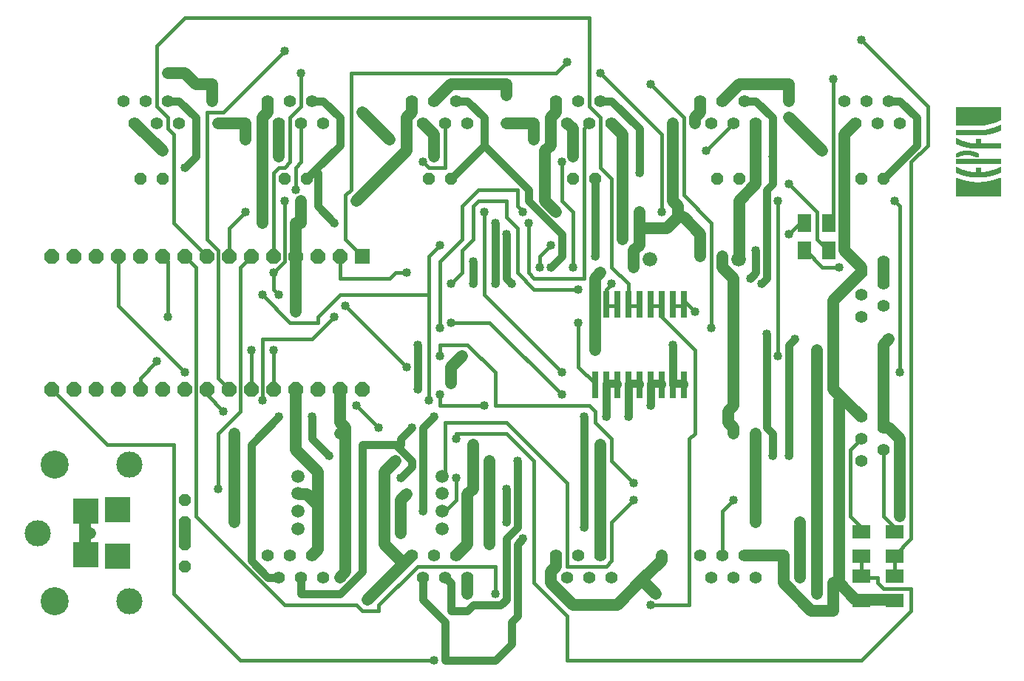
<source format=gtl>
G75*
G70*
%OFA0B0*%
%FSLAX24Y24*%
%IPPOS*%
%LPD*%
%AMOC8*
5,1,8,0,0,1.08239X$1,22.5*
%
%ADD10C,0.0010*%
%ADD11R,0.0660X0.0660*%
%ADD12OC8,0.0660*%
%ADD13C,0.0554*%
%ADD14OC8,0.0520*%
%ADD15R,0.0260X0.1200*%
%ADD16R,0.0787X0.0630*%
%ADD17R,0.0630X0.0787*%
%ADD18C,0.0594*%
%ADD19C,0.1181*%
%ADD20C,0.1266*%
%ADD21R,0.1181X0.1181*%
%ADD22C,0.0660*%
%ADD23C,0.0540*%
%ADD24C,0.0400*%
%ADD25C,0.0180*%
%ADD26C,0.0360*%
D10*
X043322Y022943D02*
X043322Y023743D01*
X043558Y023657D01*
X043802Y023595D01*
X044051Y023557D01*
X044302Y023543D01*
X044342Y023543D01*
X044593Y023557D01*
X044842Y023595D01*
X045086Y023657D01*
X045322Y023743D01*
X045322Y022943D01*
X043322Y022943D01*
X043322Y022945D02*
X045322Y022945D01*
X045322Y022954D02*
X043322Y022954D01*
X043322Y022962D02*
X045322Y022962D01*
X045322Y022971D02*
X043322Y022971D01*
X043322Y022980D02*
X045322Y022980D01*
X045322Y022988D02*
X043322Y022988D01*
X043322Y022997D02*
X045322Y022997D01*
X045322Y023005D02*
X043322Y023005D01*
X043322Y023014D02*
X045322Y023014D01*
X045322Y023022D02*
X043322Y023022D01*
X043322Y023031D02*
X045322Y023031D01*
X045322Y023039D02*
X043322Y023039D01*
X043322Y023048D02*
X045322Y023048D01*
X045322Y023056D02*
X043322Y023056D01*
X043322Y023065D02*
X045322Y023065D01*
X045322Y023074D02*
X043322Y023074D01*
X043322Y023082D02*
X045322Y023082D01*
X045322Y023091D02*
X043322Y023091D01*
X043322Y023099D02*
X045322Y023099D01*
X045322Y023108D02*
X043322Y023108D01*
X043322Y023116D02*
X045322Y023116D01*
X045322Y023125D02*
X043322Y023125D01*
X043322Y023133D02*
X045322Y023133D01*
X045322Y023142D02*
X043322Y023142D01*
X043322Y023150D02*
X045322Y023150D01*
X045322Y023159D02*
X043322Y023159D01*
X043322Y023168D02*
X045322Y023168D01*
X045322Y023176D02*
X043322Y023176D01*
X043322Y023185D02*
X045322Y023185D01*
X045322Y023193D02*
X043322Y023193D01*
X043322Y023202D02*
X045322Y023202D01*
X045322Y023210D02*
X043322Y023210D01*
X043322Y023219D02*
X045322Y023219D01*
X045322Y023227D02*
X043322Y023227D01*
X043322Y023236D02*
X045322Y023236D01*
X045322Y023244D02*
X043322Y023244D01*
X043322Y023253D02*
X045322Y023253D01*
X045322Y023261D02*
X043322Y023261D01*
X043322Y023270D02*
X045322Y023270D01*
X045322Y023279D02*
X043322Y023279D01*
X043322Y023287D02*
X045322Y023287D01*
X045322Y023296D02*
X043322Y023296D01*
X043322Y023304D02*
X045322Y023304D01*
X045322Y023313D02*
X043322Y023313D01*
X043322Y023321D02*
X045322Y023321D01*
X045322Y023330D02*
X043322Y023330D01*
X043322Y023338D02*
X045322Y023338D01*
X045322Y023347D02*
X043322Y023347D01*
X043322Y023355D02*
X045322Y023355D01*
X045322Y023364D02*
X043322Y023364D01*
X043322Y023373D02*
X045322Y023373D01*
X045322Y023381D02*
X043322Y023381D01*
X043322Y023390D02*
X045322Y023390D01*
X045322Y023398D02*
X043322Y023398D01*
X043322Y023407D02*
X045322Y023407D01*
X045322Y023415D02*
X043322Y023415D01*
X043322Y023424D02*
X045322Y023424D01*
X045322Y023432D02*
X043322Y023432D01*
X043322Y023441D02*
X045322Y023441D01*
X045322Y023449D02*
X043322Y023449D01*
X043322Y023458D02*
X045322Y023458D01*
X045322Y023467D02*
X043322Y023467D01*
X043322Y023475D02*
X045322Y023475D01*
X045322Y023484D02*
X043322Y023484D01*
X043322Y023492D02*
X045322Y023492D01*
X045322Y023501D02*
X043322Y023501D01*
X043322Y023509D02*
X045322Y023509D01*
X045322Y023518D02*
X043322Y023518D01*
X043322Y023526D02*
X045322Y023526D01*
X045322Y023535D02*
X043322Y023535D01*
X043322Y023543D02*
X044300Y023543D01*
X044344Y023543D02*
X045322Y023543D01*
X045322Y023552D02*
X044503Y023552D01*
X044617Y023561D02*
X045322Y023561D01*
X045322Y023569D02*
X044673Y023569D01*
X044729Y023578D02*
X045322Y023578D01*
X045322Y023586D02*
X044784Y023586D01*
X044840Y023595D02*
X045322Y023595D01*
X045322Y023603D02*
X044874Y023603D01*
X044908Y023612D02*
X045322Y023612D01*
X045322Y023620D02*
X044941Y023620D01*
X044974Y023629D02*
X045322Y023629D01*
X045322Y023637D02*
X045008Y023637D01*
X045041Y023646D02*
X045322Y023646D01*
X045322Y023654D02*
X045075Y023654D01*
X045101Y023663D02*
X045322Y023663D01*
X045322Y023672D02*
X045125Y023672D01*
X045148Y023680D02*
X045322Y023680D01*
X045322Y023689D02*
X045172Y023689D01*
X045195Y023697D02*
X045322Y023697D01*
X045322Y023706D02*
X045219Y023706D01*
X045242Y023714D02*
X045322Y023714D01*
X045322Y023723D02*
X045266Y023723D01*
X045289Y023731D02*
X045322Y023731D01*
X045322Y023740D02*
X045313Y023740D01*
X045219Y023962D02*
X043425Y023962D01*
X043404Y023971D02*
X045240Y023971D01*
X045262Y023979D02*
X043382Y023979D01*
X043361Y023988D02*
X044180Y023988D01*
X044222Y023988D02*
X044422Y023988D01*
X044422Y023983D02*
X044655Y024007D01*
X044885Y024055D01*
X045108Y024128D01*
X045322Y024223D01*
X045322Y024003D01*
X045087Y023910D01*
X044844Y023841D01*
X044594Y023799D01*
X044342Y023783D01*
X044322Y023783D01*
X044065Y023797D01*
X043810Y023839D01*
X043562Y023908D01*
X043322Y024003D01*
X043322Y024223D01*
X043536Y024128D01*
X043759Y024055D01*
X043989Y024007D01*
X044222Y023983D01*
X044222Y024183D01*
X044422Y024183D01*
X044422Y023983D01*
X044422Y023996D02*
X044222Y023996D01*
X044222Y024005D02*
X044422Y024005D01*
X044422Y024013D02*
X044222Y024013D01*
X044222Y024022D02*
X044422Y024022D01*
X044422Y024030D02*
X044222Y024030D01*
X044222Y024039D02*
X044422Y024039D01*
X044422Y024047D02*
X044222Y024047D01*
X044222Y024056D02*
X044422Y024056D01*
X044422Y024065D02*
X044222Y024065D01*
X044222Y024073D02*
X044422Y024073D01*
X044422Y024082D02*
X044222Y024082D01*
X044222Y024090D02*
X044422Y024090D01*
X044422Y024099D02*
X044222Y024099D01*
X044222Y024107D02*
X044422Y024107D01*
X044422Y024116D02*
X044222Y024116D01*
X044222Y024124D02*
X044422Y024124D01*
X044422Y024133D02*
X044222Y024133D01*
X044222Y024141D02*
X044422Y024141D01*
X044422Y024150D02*
X044222Y024150D01*
X044222Y024159D02*
X044422Y024159D01*
X044422Y024167D02*
X044222Y024167D01*
X044222Y024176D02*
X044422Y024176D01*
X044464Y023988D02*
X045283Y023988D01*
X045305Y023996D02*
X044549Y023996D01*
X044634Y024005D02*
X045322Y024005D01*
X045322Y024013D02*
X044686Y024013D01*
X044726Y024022D02*
X045322Y024022D01*
X045322Y024030D02*
X044767Y024030D01*
X044808Y024039D02*
X045322Y024039D01*
X045322Y024047D02*
X044848Y024047D01*
X044887Y024056D02*
X045322Y024056D01*
X045322Y024065D02*
X044914Y024065D01*
X044940Y024073D02*
X045322Y024073D01*
X045322Y024082D02*
X044966Y024082D01*
X044993Y024090D02*
X045322Y024090D01*
X045322Y024099D02*
X045019Y024099D01*
X045045Y024107D02*
X045322Y024107D01*
X045322Y024116D02*
X045072Y024116D01*
X045098Y024124D02*
X045322Y024124D01*
X045322Y024133D02*
X045120Y024133D01*
X045139Y024141D02*
X045322Y024141D01*
X045322Y024150D02*
X045158Y024150D01*
X045177Y024159D02*
X045322Y024159D01*
X045322Y024167D02*
X045196Y024167D01*
X045216Y024176D02*
X045322Y024176D01*
X045322Y024184D02*
X045235Y024184D01*
X045254Y024193D02*
X045322Y024193D01*
X045322Y024201D02*
X045273Y024201D01*
X045292Y024210D02*
X045322Y024210D01*
X045322Y024218D02*
X045311Y024218D01*
X045322Y024383D02*
X043322Y024383D01*
X043322Y024583D01*
X045322Y024583D01*
X045322Y024383D01*
X045322Y024389D02*
X043322Y024389D01*
X043322Y024398D02*
X045322Y024398D01*
X045322Y024406D02*
X043322Y024406D01*
X043322Y024415D02*
X045322Y024415D01*
X045322Y024423D02*
X043322Y024423D01*
X043322Y024432D02*
X045322Y024432D01*
X045322Y024440D02*
X043322Y024440D01*
X043322Y024449D02*
X045322Y024449D01*
X045322Y024458D02*
X043322Y024458D01*
X043322Y024466D02*
X045322Y024466D01*
X045322Y024475D02*
X043322Y024475D01*
X043322Y024483D02*
X045322Y024483D01*
X045322Y024492D02*
X043322Y024492D01*
X043322Y024500D02*
X045322Y024500D01*
X045322Y024509D02*
X043322Y024509D01*
X043322Y024517D02*
X045322Y024517D01*
X045322Y024526D02*
X043322Y024526D01*
X043322Y024534D02*
X045322Y024534D01*
X045322Y024543D02*
X043322Y024543D01*
X043322Y024552D02*
X045322Y024552D01*
X045322Y024560D02*
X043322Y024560D01*
X043322Y024569D02*
X045322Y024569D01*
X045322Y024577D02*
X043322Y024577D01*
X043322Y024683D02*
X043322Y024823D01*
X043439Y024883D01*
X043563Y024926D01*
X043691Y024953D01*
X043822Y024963D01*
X043953Y024953D01*
X044081Y024926D01*
X044205Y024883D01*
X044322Y024823D01*
X044322Y024693D01*
X044252Y024693D01*
X044156Y024740D01*
X044054Y024774D01*
X043949Y024796D01*
X043842Y024803D01*
X043802Y024803D01*
X043692Y024794D01*
X043584Y024771D01*
X043480Y024734D01*
X043382Y024683D01*
X043322Y024683D01*
X043322Y024688D02*
X043391Y024688D01*
X043408Y024697D02*
X043322Y024697D01*
X043322Y024705D02*
X043424Y024705D01*
X043441Y024714D02*
X043322Y024714D01*
X043322Y024722D02*
X043458Y024722D01*
X043474Y024731D02*
X043322Y024731D01*
X043322Y024739D02*
X043496Y024739D01*
X043520Y024748D02*
X043322Y024748D01*
X043322Y024757D02*
X043543Y024757D01*
X043567Y024765D02*
X043322Y024765D01*
X043322Y024774D02*
X043596Y024774D01*
X043636Y024782D02*
X043322Y024782D01*
X043322Y024791D02*
X043676Y024791D01*
X043754Y024799D02*
X043322Y024799D01*
X043322Y024808D02*
X044322Y024808D01*
X044322Y024816D02*
X043322Y024816D01*
X043325Y024825D02*
X044319Y024825D01*
X044302Y024833D02*
X043342Y024833D01*
X043359Y024842D02*
X044285Y024842D01*
X044268Y024851D02*
X043376Y024851D01*
X043393Y024859D02*
X044251Y024859D01*
X044235Y024868D02*
X043409Y024868D01*
X043426Y024876D02*
X044218Y024876D01*
X044199Y024885D02*
X043445Y024885D01*
X043469Y024893D02*
X044175Y024893D01*
X044151Y024902D02*
X043493Y024902D01*
X043517Y024910D02*
X044127Y024910D01*
X044102Y024919D02*
X043542Y024919D01*
X043568Y024927D02*
X044076Y024927D01*
X044036Y024936D02*
X043609Y024936D01*
X043649Y024945D02*
X043995Y024945D01*
X043954Y024953D02*
X043690Y024953D01*
X043799Y024962D02*
X043845Y024962D01*
X043849Y025132D02*
X045322Y025132D01*
X045322Y025124D02*
X043902Y025124D01*
X043954Y025115D02*
X045322Y025115D01*
X045322Y025107D02*
X044006Y025107D01*
X044058Y025098D02*
X045322Y025098D01*
X045322Y025090D02*
X044205Y025090D01*
X044322Y025083D02*
X044065Y025097D01*
X043810Y025139D01*
X043562Y025208D01*
X043322Y025303D01*
X043322Y025523D01*
X043536Y025428D01*
X043759Y025355D01*
X043989Y025307D01*
X044222Y025283D01*
X044222Y025483D01*
X044422Y025483D01*
X044422Y025283D01*
X045322Y025283D01*
X045322Y025083D01*
X044322Y025083D01*
X044222Y025286D02*
X044422Y025286D01*
X044422Y025295D02*
X044222Y025295D01*
X044222Y025303D02*
X044422Y025303D01*
X044422Y025312D02*
X044222Y025312D01*
X044222Y025320D02*
X044422Y025320D01*
X044422Y025329D02*
X044222Y025329D01*
X044222Y025338D02*
X044422Y025338D01*
X044422Y025346D02*
X044222Y025346D01*
X044222Y025355D02*
X044422Y025355D01*
X044422Y025363D02*
X044222Y025363D01*
X044222Y025372D02*
X044422Y025372D01*
X044422Y025380D02*
X044222Y025380D01*
X044222Y025389D02*
X044422Y025389D01*
X044422Y025397D02*
X044222Y025397D01*
X044222Y025406D02*
X044422Y025406D01*
X044422Y025414D02*
X044222Y025414D01*
X044222Y025423D02*
X044422Y025423D01*
X044422Y025431D02*
X044222Y025431D01*
X044222Y025440D02*
X044422Y025440D01*
X044422Y025449D02*
X044222Y025449D01*
X044222Y025457D02*
X044422Y025457D01*
X044422Y025466D02*
X044222Y025466D01*
X044222Y025474D02*
X044422Y025474D01*
X044422Y025483D02*
X044222Y025483D01*
X044194Y025286D02*
X043365Y025286D01*
X043386Y025278D02*
X045322Y025278D01*
X045322Y025269D02*
X043407Y025269D01*
X043429Y025261D02*
X045322Y025261D01*
X045322Y025252D02*
X043450Y025252D01*
X043472Y025244D02*
X045322Y025244D01*
X045322Y025235D02*
X043493Y025235D01*
X043515Y025226D02*
X045322Y025226D01*
X045322Y025218D02*
X043536Y025218D01*
X043558Y025209D02*
X045322Y025209D01*
X045322Y025201D02*
X043587Y025201D01*
X043618Y025192D02*
X045322Y025192D01*
X045322Y025184D02*
X043648Y025184D01*
X043679Y025175D02*
X045322Y025175D01*
X045322Y025167D02*
X043710Y025167D01*
X043741Y025158D02*
X045322Y025158D01*
X045322Y025150D02*
X043772Y025150D01*
X043802Y025141D02*
X045322Y025141D01*
X045087Y025810D02*
X044844Y025741D01*
X044594Y025699D01*
X044342Y025683D01*
X043322Y025683D01*
X043322Y025883D01*
X044422Y025883D01*
X044655Y025907D01*
X044885Y025955D01*
X045108Y026028D01*
X045322Y026123D01*
X045322Y025903D01*
X045087Y025810D01*
X045079Y025807D02*
X043322Y025807D01*
X043322Y025799D02*
X045049Y025799D01*
X045018Y025790D02*
X043322Y025790D01*
X043322Y025782D02*
X044988Y025782D01*
X044957Y025773D02*
X043322Y025773D01*
X043322Y025765D02*
X044927Y025765D01*
X044896Y025756D02*
X043322Y025756D01*
X043322Y025748D02*
X044866Y025748D01*
X044830Y025739D02*
X043322Y025739D01*
X043322Y025731D02*
X044779Y025731D01*
X044729Y025722D02*
X043322Y025722D01*
X043322Y025713D02*
X044678Y025713D01*
X044628Y025705D02*
X043322Y025705D01*
X043322Y025696D02*
X044548Y025696D01*
X044411Y025688D02*
X043322Y025688D01*
X043322Y025816D02*
X045103Y025816D01*
X045124Y025824D02*
X043322Y025824D01*
X043322Y025833D02*
X045146Y025833D01*
X045167Y025842D02*
X043322Y025842D01*
X043322Y025850D02*
X045189Y025850D01*
X045210Y025859D02*
X043322Y025859D01*
X043322Y025867D02*
X045232Y025867D01*
X045253Y025876D02*
X043322Y025876D01*
X043322Y026123D02*
X043322Y026943D01*
X045322Y026943D01*
X045322Y026363D01*
X045089Y026261D01*
X044846Y026186D01*
X044596Y026140D01*
X044342Y026123D01*
X043322Y026123D01*
X043322Y026124D02*
X044346Y026124D01*
X044474Y026132D02*
X043322Y026132D01*
X043322Y026141D02*
X044598Y026141D01*
X044644Y026149D02*
X043322Y026149D01*
X043322Y026158D02*
X044691Y026158D01*
X044737Y026166D02*
X043322Y026166D01*
X043322Y026175D02*
X044783Y026175D01*
X044829Y026183D02*
X043322Y026183D01*
X043322Y026192D02*
X044864Y026192D01*
X044892Y026200D02*
X043322Y026200D01*
X043322Y026209D02*
X044919Y026209D01*
X044947Y026217D02*
X043322Y026217D01*
X043322Y026226D02*
X044975Y026226D01*
X045003Y026235D02*
X043322Y026235D01*
X043322Y026243D02*
X045031Y026243D01*
X045059Y026252D02*
X043322Y026252D01*
X043322Y026260D02*
X045086Y026260D01*
X045107Y026269D02*
X043322Y026269D01*
X043322Y026277D02*
X045126Y026277D01*
X045146Y026286D02*
X043322Y026286D01*
X043322Y026294D02*
X045165Y026294D01*
X045184Y026303D02*
X043322Y026303D01*
X043322Y026311D02*
X045204Y026311D01*
X045223Y026320D02*
X043322Y026320D01*
X043322Y026329D02*
X045243Y026329D01*
X045262Y026337D02*
X043322Y026337D01*
X043322Y026346D02*
X045282Y026346D01*
X045301Y026354D02*
X043322Y026354D01*
X043322Y026363D02*
X045321Y026363D01*
X045322Y026371D02*
X043322Y026371D01*
X043322Y026380D02*
X045322Y026380D01*
X045322Y026388D02*
X043322Y026388D01*
X043322Y026397D02*
X045322Y026397D01*
X045322Y026405D02*
X043322Y026405D01*
X043322Y026414D02*
X045322Y026414D01*
X045322Y026423D02*
X043322Y026423D01*
X043322Y026431D02*
X045322Y026431D01*
X045322Y026440D02*
X043322Y026440D01*
X043322Y026448D02*
X045322Y026448D01*
X045322Y026457D02*
X043322Y026457D01*
X043322Y026465D02*
X045322Y026465D01*
X045322Y026474D02*
X043322Y026474D01*
X043322Y026482D02*
X045322Y026482D01*
X045322Y026491D02*
X043322Y026491D01*
X043322Y026499D02*
X045322Y026499D01*
X045322Y026508D02*
X043322Y026508D01*
X043322Y026516D02*
X045322Y026516D01*
X045322Y026525D02*
X043322Y026525D01*
X043322Y026534D02*
X045322Y026534D01*
X045322Y026542D02*
X043322Y026542D01*
X043322Y026551D02*
X045322Y026551D01*
X045322Y026559D02*
X043322Y026559D01*
X043322Y026568D02*
X045322Y026568D01*
X045322Y026576D02*
X043322Y026576D01*
X043322Y026585D02*
X045322Y026585D01*
X045322Y026593D02*
X043322Y026593D01*
X043322Y026602D02*
X045322Y026602D01*
X045322Y026610D02*
X043322Y026610D01*
X043322Y026619D02*
X045322Y026619D01*
X045322Y026628D02*
X043322Y026628D01*
X043322Y026636D02*
X045322Y026636D01*
X045322Y026645D02*
X043322Y026645D01*
X043322Y026653D02*
X045322Y026653D01*
X045322Y026662D02*
X043322Y026662D01*
X043322Y026670D02*
X045322Y026670D01*
X045322Y026679D02*
X043322Y026679D01*
X043322Y026687D02*
X045322Y026687D01*
X045322Y026696D02*
X043322Y026696D01*
X043322Y026704D02*
X045322Y026704D01*
X045322Y026713D02*
X043322Y026713D01*
X043322Y026722D02*
X045322Y026722D01*
X045322Y026730D02*
X043322Y026730D01*
X043322Y026739D02*
X045322Y026739D01*
X045322Y026747D02*
X043322Y026747D01*
X043322Y026756D02*
X045322Y026756D01*
X045322Y026764D02*
X043322Y026764D01*
X043322Y026773D02*
X045322Y026773D01*
X045322Y026781D02*
X043322Y026781D01*
X043322Y026790D02*
X045322Y026790D01*
X045322Y026798D02*
X043322Y026798D01*
X043322Y026807D02*
X045322Y026807D01*
X045322Y026816D02*
X043322Y026816D01*
X043322Y026824D02*
X045322Y026824D01*
X045322Y026833D02*
X043322Y026833D01*
X043322Y026841D02*
X045322Y026841D01*
X045322Y026850D02*
X043322Y026850D01*
X043322Y026858D02*
X045322Y026858D01*
X045322Y026867D02*
X043322Y026867D01*
X043322Y026875D02*
X045322Y026875D01*
X045322Y026884D02*
X043322Y026884D01*
X043322Y026892D02*
X045322Y026892D01*
X045322Y026901D02*
X043322Y026901D01*
X043322Y026909D02*
X045322Y026909D01*
X045322Y026918D02*
X043322Y026918D01*
X043322Y026927D02*
X045322Y026927D01*
X045322Y026935D02*
X043322Y026935D01*
X044430Y025884D02*
X045275Y025884D01*
X045296Y025893D02*
X044515Y025893D01*
X044600Y025901D02*
X045318Y025901D01*
X045322Y025910D02*
X044669Y025910D01*
X044710Y025918D02*
X045322Y025918D01*
X045322Y025927D02*
X044751Y025927D01*
X044791Y025936D02*
X045322Y025936D01*
X045322Y025944D02*
X044832Y025944D01*
X044873Y025953D02*
X045322Y025953D01*
X045322Y025961D02*
X044903Y025961D01*
X044930Y025970D02*
X045322Y025970D01*
X045322Y025978D02*
X044956Y025978D01*
X044982Y025987D02*
X045322Y025987D01*
X045322Y025995D02*
X045009Y025995D01*
X045035Y026004D02*
X045322Y026004D01*
X045322Y026012D02*
X045061Y026012D01*
X045088Y026021D02*
X045322Y026021D01*
X045322Y026030D02*
X045112Y026030D01*
X045131Y026038D02*
X045322Y026038D01*
X045322Y026047D02*
X045151Y026047D01*
X045170Y026055D02*
X045322Y026055D01*
X045322Y026064D02*
X045189Y026064D01*
X045208Y026072D02*
X045322Y026072D01*
X045322Y026081D02*
X045227Y026081D01*
X045246Y026089D02*
X045322Y026089D01*
X045322Y026098D02*
X045265Y026098D01*
X045284Y026106D02*
X045322Y026106D01*
X045322Y026115D02*
X045304Y026115D01*
X044109Y025295D02*
X043343Y025295D01*
X043322Y025303D02*
X044025Y025303D01*
X043965Y025312D02*
X043322Y025312D01*
X043322Y025320D02*
X043925Y025320D01*
X043884Y025329D02*
X043322Y025329D01*
X043322Y025338D02*
X043843Y025338D01*
X043803Y025346D02*
X043322Y025346D01*
X043322Y025355D02*
X043762Y025355D01*
X043735Y025363D02*
X043322Y025363D01*
X043322Y025372D02*
X043708Y025372D01*
X043682Y025380D02*
X043322Y025380D01*
X043322Y025389D02*
X043656Y025389D01*
X043629Y025397D02*
X043322Y025397D01*
X043322Y025406D02*
X043603Y025406D01*
X043577Y025414D02*
X043322Y025414D01*
X043322Y025423D02*
X043550Y025423D01*
X043527Y025431D02*
X043322Y025431D01*
X043322Y025440D02*
X043508Y025440D01*
X043489Y025449D02*
X043322Y025449D01*
X043322Y025457D02*
X043470Y025457D01*
X043451Y025466D02*
X043322Y025466D01*
X043322Y025474D02*
X043432Y025474D01*
X043413Y025483D02*
X043322Y025483D01*
X043322Y025491D02*
X043394Y025491D01*
X043374Y025500D02*
X043322Y025500D01*
X043322Y025508D02*
X043355Y025508D01*
X043336Y025517D02*
X043322Y025517D01*
X043897Y024799D02*
X044322Y024799D01*
X044322Y024791D02*
X043973Y024791D01*
X044016Y024782D02*
X044322Y024782D01*
X044322Y024774D02*
X044057Y024774D01*
X044082Y024765D02*
X044322Y024765D01*
X044322Y024757D02*
X044107Y024757D01*
X044132Y024748D02*
X044322Y024748D01*
X044322Y024739D02*
X044157Y024739D01*
X044175Y024731D02*
X044322Y024731D01*
X044322Y024722D02*
X044192Y024722D01*
X044210Y024714D02*
X044322Y024714D01*
X044322Y024705D02*
X044227Y024705D01*
X044245Y024697D02*
X044322Y024697D01*
X043877Y024030D02*
X043322Y024030D01*
X043322Y024022D02*
X043918Y024022D01*
X043959Y024013D02*
X043322Y024013D01*
X043322Y024005D02*
X044011Y024005D01*
X044095Y023996D02*
X043340Y023996D01*
X043322Y024039D02*
X043837Y024039D01*
X043796Y024047D02*
X043322Y024047D01*
X043322Y024056D02*
X043757Y024056D01*
X043730Y024065D02*
X043322Y024065D01*
X043322Y024073D02*
X043704Y024073D01*
X043678Y024082D02*
X043322Y024082D01*
X043322Y024090D02*
X043651Y024090D01*
X043625Y024099D02*
X043322Y024099D01*
X043322Y024107D02*
X043599Y024107D01*
X043572Y024116D02*
X043322Y024116D01*
X043322Y024124D02*
X043546Y024124D01*
X043524Y024133D02*
X043322Y024133D01*
X043322Y024141D02*
X043505Y024141D01*
X043486Y024150D02*
X043322Y024150D01*
X043322Y024159D02*
X043467Y024159D01*
X043448Y024167D02*
X043322Y024167D01*
X043322Y024176D02*
X043429Y024176D01*
X043409Y024184D02*
X043322Y024184D01*
X043322Y024193D02*
X043390Y024193D01*
X043371Y024201D02*
X043322Y024201D01*
X043322Y024210D02*
X043352Y024210D01*
X043333Y024218D02*
X043322Y024218D01*
X043447Y023954D02*
X045197Y023954D01*
X045176Y023945D02*
X043468Y023945D01*
X043490Y023936D02*
X045154Y023936D01*
X045133Y023928D02*
X043511Y023928D01*
X043533Y023919D02*
X045111Y023919D01*
X045090Y023911D02*
X043554Y023911D01*
X043582Y023902D02*
X045061Y023902D01*
X045030Y023894D02*
X043613Y023894D01*
X043643Y023885D02*
X045000Y023885D01*
X044969Y023877D02*
X043674Y023877D01*
X043705Y023868D02*
X044939Y023868D01*
X044908Y023860D02*
X043736Y023860D01*
X043767Y023851D02*
X044878Y023851D01*
X044847Y023842D02*
X043797Y023842D01*
X043841Y023834D02*
X044799Y023834D01*
X044749Y023825D02*
X043893Y023825D01*
X043945Y023817D02*
X044698Y023817D01*
X044648Y023808D02*
X043997Y023808D01*
X044050Y023800D02*
X044597Y023800D01*
X044466Y023791D02*
X044178Y023791D01*
X044141Y023552D02*
X043322Y023552D01*
X043322Y023561D02*
X044027Y023561D01*
X043971Y023569D02*
X043322Y023569D01*
X043322Y023578D02*
X043915Y023578D01*
X043860Y023586D02*
X043322Y023586D01*
X043322Y023595D02*
X043804Y023595D01*
X043770Y023603D02*
X043322Y023603D01*
X043322Y023612D02*
X043736Y023612D01*
X043703Y023620D02*
X043322Y023620D01*
X043322Y023629D02*
X043670Y023629D01*
X043636Y023637D02*
X043322Y023637D01*
X043322Y023646D02*
X043603Y023646D01*
X043570Y023654D02*
X043322Y023654D01*
X043322Y023663D02*
X043543Y023663D01*
X043519Y023672D02*
X043322Y023672D01*
X043322Y023680D02*
X043496Y023680D01*
X043472Y023689D02*
X043322Y023689D01*
X043322Y023697D02*
X043449Y023697D01*
X043425Y023706D02*
X043322Y023706D01*
X043322Y023714D02*
X043402Y023714D01*
X043378Y023723D02*
X043322Y023723D01*
X043322Y023731D02*
X043355Y023731D01*
X043331Y023740D02*
X043322Y023740D01*
D11*
X016562Y020212D03*
D12*
X015562Y020212D03*
X014562Y020212D03*
X013562Y020212D03*
X012562Y020212D03*
X011562Y020212D03*
X010562Y020212D03*
X009562Y020212D03*
X008562Y020212D03*
X007562Y020212D03*
X006562Y020212D03*
X005562Y020212D03*
X004562Y020212D03*
X003562Y020212D03*
X002562Y020212D03*
X002562Y014212D03*
X003562Y014212D03*
X004562Y014212D03*
X005562Y014212D03*
X006562Y014212D03*
X007562Y014212D03*
X008562Y014212D03*
X009562Y014212D03*
X010562Y014212D03*
X011562Y014212D03*
X012562Y014212D03*
X013562Y014212D03*
X014562Y014212D03*
X015562Y014212D03*
X016562Y014212D03*
D13*
X014312Y006712D03*
X013312Y006712D03*
X012312Y006712D03*
X012812Y005712D03*
X013812Y005712D03*
X014812Y005712D03*
X018812Y006712D03*
X019812Y006712D03*
X020812Y006712D03*
X020312Y005712D03*
X019312Y005712D03*
X021312Y005712D03*
X025312Y006712D03*
X026312Y006712D03*
X027312Y006712D03*
X026812Y005712D03*
X025812Y005712D03*
X027812Y005712D03*
X031812Y006712D03*
X032812Y006712D03*
X033812Y006712D03*
X033312Y005712D03*
X032312Y005712D03*
X034312Y005712D03*
X039062Y010962D03*
X040062Y011462D03*
X039062Y011962D03*
X040062Y012462D03*
X039062Y012962D03*
X040062Y013462D03*
X039062Y017462D03*
X040062Y017962D03*
X039062Y018462D03*
X040062Y018962D03*
X039062Y019462D03*
X040062Y019962D03*
X039812Y026212D03*
X038812Y026212D03*
X038312Y027212D03*
X039312Y027212D03*
X040312Y027212D03*
X040812Y026212D03*
X034312Y026212D03*
X033312Y026212D03*
X032312Y026212D03*
X031812Y027212D03*
X032812Y027212D03*
X033812Y027212D03*
X027812Y026212D03*
X026812Y026212D03*
X025812Y026212D03*
X025312Y027212D03*
X026312Y027212D03*
X027312Y027212D03*
X021312Y026212D03*
X020312Y026212D03*
X019312Y026212D03*
X018812Y027212D03*
X019812Y027212D03*
X020812Y027212D03*
X014812Y026212D03*
X013812Y026212D03*
X012812Y026212D03*
X012312Y027212D03*
X013312Y027212D03*
X014312Y027212D03*
X008312Y026212D03*
X007312Y026212D03*
X006312Y026212D03*
X005812Y027212D03*
X006812Y027212D03*
X007812Y027212D03*
D14*
X007562Y023712D03*
X006562Y023712D03*
X013062Y023712D03*
X014062Y023712D03*
X019562Y023712D03*
X020562Y023712D03*
X026062Y023712D03*
X027062Y023712D03*
X032562Y023712D03*
X033562Y023712D03*
X039062Y023712D03*
X040062Y023712D03*
X008562Y009212D03*
X008562Y008212D03*
X008562Y007212D03*
X008562Y006212D03*
D15*
X027062Y014407D03*
X027562Y014407D03*
X028062Y014407D03*
X028562Y014407D03*
X029062Y014407D03*
X029562Y014407D03*
X030062Y014407D03*
X030562Y014407D03*
X031062Y014407D03*
X031062Y018017D03*
X030562Y018017D03*
X030062Y018017D03*
X029562Y018017D03*
X029062Y018017D03*
X028562Y018017D03*
X028062Y018017D03*
X027562Y018017D03*
X027062Y018032D03*
D16*
X039062Y007763D03*
X039062Y006660D03*
X039062Y005763D03*
X039062Y004660D03*
X040562Y004660D03*
X040562Y005763D03*
X040562Y006660D03*
X040562Y007763D03*
D17*
X037613Y020462D03*
X036511Y020462D03*
X036511Y021712D03*
X037613Y021712D03*
D18*
X020187Y010268D03*
X020187Y009480D03*
X020187Y008693D03*
X020187Y007906D03*
X013687Y007906D03*
X013687Y008693D03*
X013687Y009480D03*
X013687Y010268D03*
D19*
X006062Y010783D03*
X001928Y007712D03*
X006062Y004641D03*
D20*
X002716Y004641D03*
X002716Y010783D03*
D21*
X004094Y008696D03*
X005531Y008775D03*
X005531Y006649D03*
X004094Y006727D03*
D22*
X029550Y020064D03*
X033550Y020064D03*
D23*
X033562Y020212D01*
X033562Y022712D01*
X034312Y023462D01*
X034312Y026212D01*
X032812Y027212D02*
X033562Y027962D01*
X035812Y027962D01*
X035812Y027212D01*
X035812Y026462D02*
X037312Y024962D01*
X038312Y025712D02*
X038312Y020462D01*
X039062Y019712D01*
X039062Y019462D01*
X037812Y018212D01*
X037812Y014212D01*
X038187Y013837D01*
X038062Y013712D01*
X038062Y005462D01*
X037812Y005462D01*
X037812Y004212D01*
X036812Y004212D01*
X035562Y005462D01*
X035562Y006712D01*
X033812Y006712D01*
X034312Y008212D02*
X034312Y012212D01*
X033312Y012212D02*
X033312Y012462D01*
X033062Y012712D01*
X033062Y013212D01*
X033312Y013462D01*
X033312Y019212D01*
X032812Y019712D01*
X032812Y020212D01*
X031812Y020212D02*
X031812Y021212D01*
X031062Y021962D01*
X030812Y021962D01*
X030312Y021462D01*
X029062Y021462D01*
X029062Y022212D01*
X029062Y021462D02*
X029062Y020712D01*
X028812Y020462D01*
X028812Y019712D01*
X027312Y019462D02*
X027062Y019212D01*
X027062Y018032D01*
X027062Y015962D01*
X027312Y011712D02*
X027312Y006712D01*
X025312Y006712D02*
X025312Y006212D01*
X025062Y005962D01*
X025062Y005462D01*
X026062Y004462D01*
X028062Y004462D01*
X029187Y005587D01*
X029812Y004962D01*
X029187Y005587D02*
X030062Y006462D01*
X030062Y006712D01*
X036312Y005712D02*
X036312Y008212D01*
X038062Y005462D02*
X038812Y004712D01*
X039062Y004660D01*
X039062Y004712D01*
X040562Y004712D01*
X040562Y004660D01*
X037062Y004962D02*
X037062Y010962D01*
X037062Y015962D01*
X038187Y013837D02*
X039062Y012962D01*
X040062Y012462D02*
X040062Y013462D01*
X040062Y016212D01*
X040312Y016462D01*
X040062Y018962D02*
X040062Y019962D01*
X038312Y025712D02*
X038812Y026212D01*
X031812Y026712D02*
X031562Y026462D01*
X031562Y026212D01*
X031812Y026712D02*
X031812Y027212D01*
X030562Y026212D02*
X030562Y022712D01*
X030812Y022462D01*
X030812Y021962D01*
X028312Y020962D02*
X028312Y025712D01*
X027812Y026212D01*
X026062Y025962D02*
X026062Y024712D01*
X025062Y025212D02*
X024812Y024962D01*
X024812Y022712D01*
X025312Y022212D01*
X025062Y025212D02*
X025062Y026462D01*
X025312Y026712D01*
X025312Y027212D01*
X025812Y026212D02*
X026062Y025962D01*
X024312Y026212D02*
X024312Y025462D01*
X024312Y026212D02*
X023062Y026212D01*
X023062Y027462D02*
X023062Y027962D01*
X020562Y027962D01*
X019812Y027212D01*
X018812Y027212D02*
X018812Y026712D01*
X018562Y026462D01*
X018562Y024962D01*
X016312Y022712D01*
X013812Y022712D02*
X013812Y021712D01*
X013562Y021712D01*
X013562Y020212D01*
X013562Y017712D01*
X013562Y014212D02*
X013562Y011462D01*
X014562Y010462D01*
X014562Y008962D01*
X014062Y009462D01*
X013812Y009462D01*
X013687Y009480D01*
X014562Y008962D02*
X014562Y006962D01*
X014312Y006712D01*
X015562Y005712D02*
X015812Y005962D01*
X015812Y012212D01*
X015562Y012212D01*
X015812Y012212D02*
X015812Y012462D01*
X015562Y012712D01*
X015562Y014212D01*
X018062Y010962D02*
X017562Y010462D01*
X017562Y007212D01*
X018437Y006337D01*
X018812Y006712D01*
X018437Y006337D02*
X016812Y004712D01*
X018312Y007712D02*
X018312Y009212D01*
X018562Y009462D01*
X021312Y009462D02*
X021312Y009212D01*
X021312Y007212D01*
X020812Y006712D01*
X021312Y005712D02*
X021312Y004962D01*
X022312Y007212D02*
X022312Y010962D01*
X021562Y011712D02*
X021562Y009712D01*
X021312Y009462D01*
X020562Y014462D02*
X020562Y015212D01*
X021062Y015712D01*
X012062Y021712D02*
X012062Y026462D01*
X012312Y026712D01*
X012312Y027212D01*
X012812Y026212D02*
X012812Y024712D01*
X011312Y025462D02*
X011312Y026212D01*
X010062Y026212D01*
X009812Y027212D02*
X009812Y027962D01*
X009062Y027962D01*
X008562Y028462D01*
X007812Y028462D01*
X006312Y026212D02*
X007562Y024962D01*
X016562Y026712D02*
X017812Y025462D01*
X019312Y026212D02*
X019812Y025712D01*
X019812Y024712D01*
X010812Y012212D02*
X010812Y008212D01*
X008562Y008212D02*
X008562Y007212D01*
X004312Y007712D02*
X004062Y007712D01*
X004062Y006962D01*
X004094Y006727D01*
X004062Y007712D02*
X004062Y008462D01*
X004094Y008696D01*
X040062Y012462D02*
X040312Y012462D01*
X040812Y011962D01*
X040812Y008462D01*
D24*
X040812Y008462D03*
X037062Y010962D03*
X035812Y011212D03*
X035062Y011212D03*
X034312Y012212D03*
X033312Y012212D03*
X029562Y013462D03*
X028562Y012962D03*
X027562Y012962D03*
X026562Y012962D03*
X025562Y013962D03*
X025562Y014962D03*
X027062Y015962D03*
X026312Y017212D03*
X026312Y018712D03*
X026062Y019712D03*
X025062Y019712D03*
X024562Y019712D03*
X025062Y020712D03*
X024062Y021712D03*
X023812Y022212D03*
X023062Y021212D03*
X022562Y021712D03*
X022062Y022212D03*
X020062Y020712D03*
X018562Y019462D03*
X020562Y018962D03*
X021562Y018962D03*
X022562Y018962D03*
X023312Y018962D03*
X021562Y019962D03*
X020562Y017212D03*
X020062Y016962D03*
X019062Y016212D03*
X020062Y015712D03*
X021062Y015712D03*
X020562Y014462D03*
X020062Y013962D03*
X019562Y013712D03*
X019062Y014212D03*
X018562Y015212D03*
X016312Y013462D03*
X017312Y012462D03*
X015562Y012212D03*
X015062Y011212D03*
X014312Y012962D03*
X012812Y012962D03*
X012062Y013712D03*
X010312Y013212D03*
X010812Y012212D03*
X010062Y009712D03*
X010812Y008212D03*
X015562Y005712D03*
X016812Y004712D03*
X018312Y007712D03*
X019312Y008712D03*
X018562Y009462D03*
X018312Y010212D03*
X018062Y010962D03*
X018812Y012462D03*
X019812Y012962D03*
X020812Y011962D03*
X021562Y011712D03*
X022312Y010962D03*
X023562Y010962D03*
X023062Y009712D03*
X021312Y009212D03*
X020812Y010212D03*
X023062Y008212D03*
X023562Y007962D03*
X023812Y007462D03*
X022312Y007212D03*
X022562Y004962D03*
X021312Y004962D03*
X019812Y001962D03*
X026562Y007962D03*
X028812Y009212D03*
X028812Y009962D03*
X027312Y011712D03*
X022062Y013462D03*
X015812Y017962D03*
X015312Y017462D03*
X013562Y017712D03*
X012812Y018462D03*
X012062Y018462D03*
X012562Y019462D03*
X012062Y021712D03*
X011312Y022212D03*
X013062Y022712D03*
X013562Y023212D03*
X013812Y022712D03*
X013562Y021712D03*
X015312Y021712D03*
X016312Y022712D03*
X019312Y024462D03*
X019812Y024712D03*
X017812Y025462D03*
X016562Y026712D03*
X013812Y028462D03*
X013062Y029462D03*
X009812Y027212D03*
X010062Y026212D03*
X011312Y025462D03*
X012812Y024712D03*
X008562Y024212D03*
X007562Y024962D03*
X007812Y028462D03*
X007812Y017462D03*
X007312Y015462D03*
X008562Y014962D03*
X011562Y015962D03*
X012562Y015962D03*
X004312Y007712D03*
X025312Y022212D03*
X027062Y020212D03*
X027312Y019462D03*
X027812Y018962D03*
X028812Y019712D03*
X028312Y020962D03*
X029062Y022212D03*
X030062Y022212D03*
X029062Y023962D03*
X030562Y026212D03*
X031562Y026212D03*
X032062Y024962D03*
X035062Y024712D03*
X035812Y023462D03*
X035312Y022712D03*
X035812Y021212D03*
X034312Y020462D03*
X032812Y020212D03*
X031812Y020212D03*
X034062Y019212D03*
X034562Y018962D03*
X032312Y016962D03*
X031562Y017712D03*
X030562Y016212D03*
X034812Y016712D03*
X036062Y016462D03*
X037062Y015962D03*
X035312Y015712D03*
X040312Y016462D03*
X040812Y014962D03*
X038062Y019712D03*
X040562Y022712D03*
X037312Y024962D03*
X035812Y026462D03*
X035812Y027212D03*
X037812Y028212D03*
X039062Y029962D03*
X029562Y027962D03*
X027312Y028462D03*
X025812Y028962D03*
X023062Y027462D03*
X023062Y026212D03*
X024312Y025462D03*
X025562Y024462D03*
X026062Y024712D03*
X033312Y009212D03*
X034312Y008212D03*
X036312Y008212D03*
X036312Y005712D03*
X037062Y004962D03*
X030062Y006712D03*
X029812Y004962D03*
X029562Y004462D03*
D25*
X031312Y004462D01*
X031312Y011962D01*
X031562Y012212D01*
X031562Y015962D01*
X030062Y017462D01*
X030062Y017962D01*
X030062Y018017D01*
X030062Y017962D02*
X029562Y017962D01*
X029562Y018017D01*
X029062Y018017D02*
X029062Y017962D01*
X028562Y017962D01*
X028562Y018017D01*
X028562Y018962D01*
X027812Y019712D01*
X027812Y023712D01*
X027312Y024212D01*
X027312Y026462D01*
X026812Y026962D01*
X026812Y030962D01*
X008562Y030962D01*
X007312Y029712D01*
X007312Y026962D01*
X007812Y026462D01*
X007812Y025962D01*
X008062Y025712D01*
X008062Y021712D01*
X009562Y020212D01*
X010062Y020462D02*
X010062Y014712D01*
X010562Y014212D01*
X011562Y014212D02*
X011562Y015962D01*
X012062Y016462D02*
X012062Y013712D01*
X012562Y014212D02*
X012562Y015962D01*
X012062Y016462D02*
X014312Y016462D01*
X015312Y017462D01*
X015812Y017962D02*
X018562Y015212D01*
X020062Y015712D02*
X020062Y016212D01*
X021312Y016212D01*
X022562Y014962D01*
X022562Y013462D01*
X026812Y013462D01*
X027062Y013212D01*
X027062Y012712D01*
X027812Y011962D01*
X027812Y010962D01*
X028812Y009962D01*
X028812Y009212D02*
X027812Y008212D01*
X027812Y006462D01*
X027562Y006212D01*
X025812Y006212D01*
X025812Y009962D01*
X023062Y012712D01*
X020312Y012712D01*
X020312Y010462D01*
X020187Y010268D01*
X020812Y010212D02*
X020812Y009212D01*
X020312Y008712D01*
X020187Y008693D01*
X019062Y006212D02*
X022562Y006212D01*
X022562Y004962D01*
X024312Y005462D02*
X024312Y010962D01*
X023062Y012212D01*
X020812Y012212D01*
X020812Y011962D01*
X020062Y013462D02*
X020062Y013962D01*
X019562Y013712D02*
X019562Y018462D01*
X015562Y018462D01*
X014562Y017462D01*
X014562Y017212D01*
X013312Y017212D01*
X012062Y018462D01*
X012562Y018712D02*
X012562Y019462D01*
X013062Y019962D01*
X013062Y022712D01*
X013562Y023212D02*
X013562Y024212D01*
X013812Y024462D01*
X013812Y026212D01*
X013312Y026462D02*
X013812Y026962D01*
X013812Y028462D01*
X013062Y029462D02*
X010312Y026712D01*
X009562Y026712D01*
X009562Y020962D01*
X010062Y020462D01*
X010562Y020212D02*
X010562Y021462D01*
X011312Y022212D01*
X012562Y023962D02*
X012812Y024212D01*
X013062Y024212D01*
X013312Y024462D01*
X013312Y026462D01*
X016062Y028462D02*
X016062Y023212D01*
X015812Y022962D01*
X015812Y020962D01*
X016562Y020212D01*
X015562Y020212D02*
X015562Y019212D01*
X017812Y019212D01*
X018062Y019462D01*
X018562Y019462D01*
X019562Y020212D02*
X019562Y018462D01*
X020562Y018962D02*
X021062Y019462D01*
X021062Y020462D01*
X021562Y020962D01*
X021562Y022462D01*
X021812Y022712D01*
X023062Y022712D01*
X023062Y021962D01*
X023562Y021462D01*
X023562Y019462D01*
X024312Y018712D01*
X026312Y018712D01*
X026562Y019212D02*
X026562Y025962D01*
X026812Y026212D01*
X025562Y024462D02*
X025562Y022712D01*
X026062Y022212D01*
X026062Y019712D01*
X026562Y019212D02*
X024312Y019212D01*
X024062Y019462D01*
X024062Y021712D01*
X023812Y022212D02*
X023562Y022462D01*
X023562Y023212D01*
X021812Y023212D01*
X021062Y022462D01*
X021062Y020962D01*
X020062Y019962D01*
X020062Y016962D01*
X020562Y017212D02*
X022312Y017212D01*
X025562Y013962D01*
X025562Y014962D02*
X022062Y018462D01*
X022062Y022212D01*
X020062Y020712D02*
X019562Y020212D01*
X024562Y020212D02*
X024562Y019712D01*
X024562Y020212D02*
X025062Y020712D01*
X027562Y018712D02*
X027562Y018017D01*
X027562Y017962D01*
X028062Y017962D01*
X028062Y018017D01*
X027562Y018712D02*
X027812Y018962D01*
X026312Y017212D02*
X026312Y015212D01*
X027062Y014462D01*
X027062Y014407D01*
X031062Y018212D02*
X031562Y017712D01*
X031062Y017962D02*
X031062Y018017D01*
X031062Y018212D01*
X031062Y017962D02*
X030562Y017962D01*
X030562Y018017D01*
X032312Y016962D02*
X032312Y021712D01*
X031062Y022962D01*
X031062Y026462D01*
X029562Y027962D01*
X027312Y028462D02*
X030062Y025712D01*
X030062Y022212D01*
X032062Y024962D02*
X033312Y026212D01*
X035812Y023462D02*
X037062Y022212D01*
X037062Y020962D01*
X037562Y020462D01*
X037613Y020462D01*
X037312Y019712D02*
X038062Y019712D01*
X037312Y019712D02*
X036562Y020462D01*
X036511Y020462D01*
X035812Y021212D02*
X036312Y021712D01*
X036511Y021712D01*
X037613Y021712D02*
X037812Y021712D01*
X037812Y028212D01*
X039062Y029962D02*
X042062Y026962D01*
X042062Y025212D01*
X041312Y024462D01*
X041312Y007462D01*
X040562Y006712D01*
X040562Y006660D01*
X040562Y005763D01*
X040062Y005212D02*
X041312Y005212D01*
X041312Y004212D01*
X039062Y001962D01*
X025812Y001962D01*
X025812Y003962D01*
X024312Y005462D01*
X019812Y001962D02*
X011062Y001962D01*
X008062Y004962D01*
X008062Y011712D01*
X005062Y011712D01*
X002562Y014212D01*
X006562Y014212D02*
X006562Y014712D01*
X007312Y015462D01*
X008562Y014962D02*
X005562Y017962D01*
X005562Y020212D01*
X007562Y020212D02*
X007812Y019962D01*
X007812Y017462D01*
X009062Y019712D02*
X009062Y008462D01*
X013062Y004462D01*
X016312Y004462D01*
X016562Y004212D01*
X017312Y004212D01*
X017312Y004462D01*
X019062Y006212D01*
X017312Y012462D02*
X016312Y013462D01*
X020062Y013462D02*
X022062Y013462D01*
X012812Y018462D02*
X012562Y018712D01*
X011062Y019712D02*
X011562Y020212D01*
X011062Y019712D02*
X011062Y013212D01*
X010062Y012212D01*
X010062Y009712D01*
X010312Y013212D02*
X009562Y013962D01*
X009562Y014212D01*
X009062Y019712D02*
X008562Y020212D01*
X012562Y020212D02*
X012562Y023962D01*
X016062Y028462D02*
X025312Y028462D01*
X025812Y028962D01*
X020312Y026212D02*
X020312Y024212D01*
X019562Y024212D01*
X019312Y024462D01*
X035312Y022712D02*
X035312Y015712D01*
X039062Y011962D02*
X038562Y011462D01*
X038562Y008462D01*
X039062Y007962D01*
X039062Y007763D01*
X040062Y008462D02*
X040062Y011462D01*
X040062Y008462D02*
X040562Y007962D01*
X040562Y007763D01*
X039062Y006660D02*
X039062Y005763D01*
X039062Y005712D01*
X039812Y005712D01*
X039812Y005462D01*
X040062Y005212D01*
X033312Y009212D02*
X032812Y008712D01*
X032812Y006712D01*
X040812Y014962D02*
X040812Y022462D01*
X040562Y022712D01*
D26*
X040062Y023712D02*
X041562Y025212D01*
X041562Y026462D01*
X040812Y027212D01*
X040312Y027212D01*
X035062Y026462D02*
X035062Y024712D01*
X035062Y023462D01*
X034812Y023212D01*
X034812Y019212D01*
X034562Y018962D01*
X034062Y019212D02*
X034312Y019462D01*
X034312Y020462D01*
X029062Y023962D02*
X029062Y025962D01*
X027812Y027212D01*
X027312Y027212D01*
X027062Y023712D02*
X027062Y020212D01*
X025562Y020212D02*
X025562Y021212D01*
X024062Y022712D01*
X024062Y023212D01*
X022062Y025212D01*
X022062Y026462D01*
X021312Y027212D01*
X020812Y027212D01*
X022062Y025212D02*
X020562Y023712D01*
X022562Y021712D02*
X022562Y018962D01*
X023062Y019212D02*
X023062Y021212D01*
X021562Y019962D02*
X021562Y018962D01*
X023062Y019212D02*
X023312Y018962D01*
X025062Y019712D02*
X025562Y020212D01*
X030562Y016212D02*
X030562Y014462D01*
X030562Y014407D01*
X030562Y014462D02*
X031062Y014462D01*
X031062Y014407D01*
X030062Y014407D02*
X030062Y014462D01*
X029562Y014462D01*
X029562Y014407D01*
X029562Y013462D01*
X028562Y012962D02*
X028562Y014407D01*
X028562Y014462D01*
X029062Y014462D01*
X029062Y014407D01*
X028062Y014407D02*
X028062Y014462D01*
X027562Y014462D01*
X027562Y014407D01*
X027562Y012962D01*
X026562Y012962D02*
X026562Y007962D01*
X023812Y007462D02*
X023562Y007212D01*
X023562Y003962D01*
X023312Y003712D01*
X023312Y002712D01*
X022562Y001962D01*
X020312Y001962D01*
X020312Y003712D01*
X019312Y004712D01*
X019312Y005712D01*
X020312Y005712D02*
X020562Y005462D01*
X020562Y004212D01*
X021312Y004212D01*
X021562Y004462D01*
X022812Y004462D01*
X023062Y004712D01*
X023062Y007462D01*
X023562Y007962D01*
X023562Y010962D01*
X023062Y009712D02*
X023062Y008212D01*
X019312Y008712D02*
X019312Y012462D01*
X019812Y012962D01*
X018812Y012462D02*
X018312Y011962D01*
X018312Y011712D01*
X018187Y011587D01*
X018812Y010962D01*
X018812Y010712D01*
X018312Y010212D01*
X018187Y011587D02*
X018062Y011712D01*
X016562Y011712D01*
X016562Y005962D01*
X015562Y004962D01*
X013812Y004962D01*
X013812Y005712D01*
X012812Y005712D02*
X012312Y005712D01*
X011562Y006462D01*
X011562Y011712D01*
X012812Y012962D01*
X014312Y012962D02*
X014312Y011962D01*
X015062Y011212D01*
X019062Y014212D02*
X019062Y016212D01*
X015312Y021712D02*
X014562Y022462D01*
X014562Y023962D01*
X014437Y024087D01*
X014062Y023712D01*
X014437Y024087D02*
X015562Y025212D01*
X015562Y026462D01*
X014812Y027212D01*
X014312Y027212D01*
X009062Y026462D02*
X009062Y024712D01*
X008562Y024212D01*
X009062Y026462D02*
X008312Y027212D01*
X007812Y027212D01*
X033812Y027212D02*
X034312Y027212D01*
X035062Y026462D01*
X034812Y016712D02*
X034812Y012462D01*
X035062Y012212D01*
X035062Y011212D01*
X035812Y011212D02*
X035812Y016212D01*
X036062Y016462D01*
M02*

</source>
